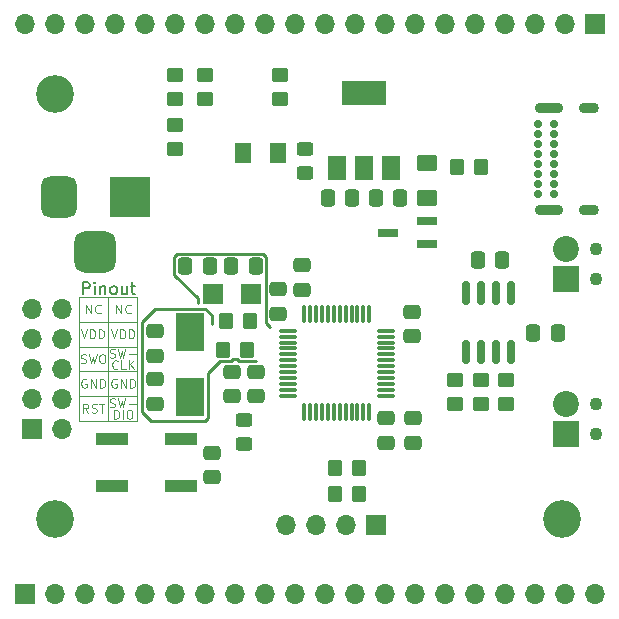
<source format=gts>
G04 #@! TF.GenerationSoftware,KiCad,Pcbnew,(6.0.0)*
G04 #@! TF.CreationDate,2022-05-20T23:18:51+02:00*
G04 #@! TF.ProjectId,STM32F103_uC_v1,53544d33-3246-4313-9033-5f75435f7631,rev?*
G04 #@! TF.SameCoordinates,Original*
G04 #@! TF.FileFunction,Soldermask,Top*
G04 #@! TF.FilePolarity,Negative*
%FSLAX46Y46*%
G04 Gerber Fmt 4.6, Leading zero omitted, Abs format (unit mm)*
G04 Created by KiCad (PCBNEW (6.0.0)) date 2022-05-20 23:18:51*
%MOMM*%
%LPD*%
G01*
G04 APERTURE LIST*
G04 Aperture macros list*
%AMRoundRect*
0 Rectangle with rounded corners*
0 $1 Rounding radius*
0 $2 $3 $4 $5 $6 $7 $8 $9 X,Y pos of 4 corners*
0 Add a 4 corners polygon primitive as box body*
4,1,4,$2,$3,$4,$5,$6,$7,$8,$9,$2,$3,0*
0 Add four circle primitives for the rounded corners*
1,1,$1+$1,$2,$3*
1,1,$1+$1,$4,$5*
1,1,$1+$1,$6,$7*
1,1,$1+$1,$8,$9*
0 Add four rect primitives between the rounded corners*
20,1,$1+$1,$2,$3,$4,$5,0*
20,1,$1+$1,$4,$5,$6,$7,0*
20,1,$1+$1,$6,$7,$8,$9,0*
20,1,$1+$1,$8,$9,$2,$3,0*%
G04 Aperture macros list end*
%ADD10C,0.250000*%
%ADD11C,0.100000*%
%ADD12C,0.150000*%
%ADD13R,1.750000X1.800000*%
%ADD14RoundRect,0.250000X-0.475000X0.337500X-0.475000X-0.337500X0.475000X-0.337500X0.475000X0.337500X0*%
%ADD15RoundRect,0.250000X0.337500X0.475000X-0.337500X0.475000X-0.337500X-0.475000X0.337500X-0.475000X0*%
%ADD16RoundRect,0.250000X-0.337500X-0.475000X0.337500X-0.475000X0.337500X0.475000X-0.337500X0.475000X0*%
%ADD17RoundRect,0.250000X0.450000X-0.325000X0.450000X0.325000X-0.450000X0.325000X-0.450000X-0.325000X0*%
%ADD18RoundRect,0.250000X-0.450000X0.325000X-0.450000X-0.325000X0.450000X-0.325000X0.450000X0.325000X0*%
%ADD19R,1.800000X0.800000*%
%ADD20RoundRect,0.250000X-0.350000X-0.450000X0.350000X-0.450000X0.350000X0.450000X-0.350000X0.450000X0*%
%ADD21RoundRect,0.250000X0.450000X-0.350000X0.450000X0.350000X-0.450000X0.350000X-0.450000X-0.350000X0*%
%ADD22C,3.200000*%
%ADD23R,3.500000X3.500000*%
%ADD24RoundRect,0.750000X-0.750000X-1.000000X0.750000X-1.000000X0.750000X1.000000X-0.750000X1.000000X0*%
%ADD25RoundRect,0.875000X-0.875000X-0.875000X0.875000X-0.875000X0.875000X0.875000X-0.875000X0.875000X0*%
%ADD26RoundRect,0.250001X-0.624999X0.462499X-0.624999X-0.462499X0.624999X-0.462499X0.624999X0.462499X0*%
%ADD27RoundRect,0.250000X0.350000X0.450000X-0.350000X0.450000X-0.350000X-0.450000X0.350000X-0.450000X0*%
%ADD28C,1.100000*%
%ADD29R,2.200000X2.200000*%
%ADD30C,2.200000*%
%ADD31RoundRect,0.250000X-0.450000X0.350000X-0.450000X-0.350000X0.450000X-0.350000X0.450000X0.350000X0*%
%ADD32R,2.400000X3.325000*%
%ADD33RoundRect,0.075000X-0.662500X-0.075000X0.662500X-0.075000X0.662500X0.075000X-0.662500X0.075000X0*%
%ADD34RoundRect,0.075000X-0.075000X-0.662500X0.075000X-0.662500X0.075000X0.662500X-0.075000X0.662500X0*%
%ADD35RoundRect,0.250000X0.475000X-0.337500X0.475000X0.337500X-0.475000X0.337500X-0.475000X-0.337500X0*%
%ADD36R,1.700000X1.700000*%
%ADD37O,1.700000X1.700000*%
%ADD38C,0.700000*%
%ADD39O,1.700000X0.900000*%
%ADD40O,2.400000X0.900000*%
%ADD41RoundRect,0.250001X-0.462499X-0.624999X0.462499X-0.624999X0.462499X0.624999X-0.462499X0.624999X0*%
%ADD42R,1.500000X2.000000*%
%ADD43R,3.800000X2.000000*%
%ADD44RoundRect,0.150000X-0.150000X0.825000X-0.150000X-0.825000X0.150000X-0.825000X0.150000X0.825000X0*%
%ADD45R,2.800000X1.000000*%
G04 APERTURE END LIST*
D10*
X173024800Y-98145600D02*
X173024800Y-101904800D01*
X170129200Y-89814400D02*
X172110400Y-91795600D01*
D11*
X167016200Y-95876800D02*
X162066200Y-95876800D01*
X164491200Y-91676800D02*
X164491200Y-102176800D01*
D10*
X168198800Y-102209600D02*
X167386000Y-101396800D01*
X172110400Y-91795600D02*
X172110400Y-92202000D01*
X177901600Y-93878400D02*
X177901600Y-88290400D01*
X177088800Y-97129600D02*
X175615600Y-97129600D01*
X170383200Y-88036400D02*
X170129200Y-88290400D01*
X167386000Y-101396800D02*
X167386000Y-93776800D01*
X168503600Y-92659200D02*
X172770800Y-92659200D01*
X172720000Y-102209600D02*
X168198800Y-102209600D01*
X170129200Y-88290400D02*
X170129200Y-89814400D01*
X175615600Y-97129600D02*
X175437800Y-96951800D01*
X175437800Y-96951800D02*
X175133000Y-96951800D01*
X173329600Y-93980000D02*
X173329600Y-93218000D01*
X174040800Y-97129600D02*
X173024800Y-98145600D01*
X177901600Y-88290400D02*
X177647600Y-88036400D01*
X173329600Y-93218000D02*
X172770800Y-92659200D01*
X174955200Y-97129600D02*
X175133000Y-96951800D01*
D11*
X162066200Y-91676800D02*
X167016200Y-91676800D01*
X167016200Y-91676800D02*
X167016200Y-102176800D01*
X167016200Y-102176800D02*
X162066200Y-102176800D01*
X162066200Y-102176800D02*
X162066200Y-91676800D01*
X167016200Y-100076800D02*
X162066200Y-100076800D01*
D10*
X177647600Y-88036400D02*
X170383200Y-88036400D01*
X173024800Y-101904800D02*
X172720000Y-102209600D01*
D11*
X167016200Y-97976800D02*
X162066200Y-97976800D01*
D10*
X167386000Y-93776800D02*
X168503600Y-92659200D01*
D11*
X167016200Y-93776800D02*
X162066200Y-93776800D01*
D10*
X178257200Y-94234000D02*
X177901600Y-93878400D01*
X174955200Y-97129600D02*
X174040800Y-97129600D01*
D11*
X164816200Y-94416085D02*
X165066200Y-95166085D01*
X165316200Y-94416085D01*
X165566200Y-95166085D02*
X165566200Y-94416085D01*
X165744771Y-94416085D01*
X165851914Y-94451800D01*
X165923342Y-94523228D01*
X165959057Y-94594657D01*
X165994771Y-94737514D01*
X165994771Y-94844657D01*
X165959057Y-94987514D01*
X165923342Y-95058942D01*
X165851914Y-95130371D01*
X165744771Y-95166085D01*
X165566200Y-95166085D01*
X166316200Y-95166085D02*
X166316200Y-94416085D01*
X166494771Y-94416085D01*
X166601914Y-94451800D01*
X166673342Y-94523228D01*
X166709057Y-94594657D01*
X166744771Y-94737514D01*
X166744771Y-94844657D01*
X166709057Y-94987514D01*
X166673342Y-95058942D01*
X166601914Y-95130371D01*
X166494771Y-95166085D01*
X166316200Y-95166085D01*
X162855485Y-101466085D02*
X162605485Y-101108942D01*
X162426914Y-101466085D02*
X162426914Y-100716085D01*
X162712628Y-100716085D01*
X162784057Y-100751800D01*
X162819771Y-100787514D01*
X162855485Y-100858942D01*
X162855485Y-100966085D01*
X162819771Y-101037514D01*
X162784057Y-101073228D01*
X162712628Y-101108942D01*
X162426914Y-101108942D01*
X163141200Y-101430371D02*
X163248342Y-101466085D01*
X163426914Y-101466085D01*
X163498342Y-101430371D01*
X163534057Y-101394657D01*
X163569771Y-101323228D01*
X163569771Y-101251800D01*
X163534057Y-101180371D01*
X163498342Y-101144657D01*
X163426914Y-101108942D01*
X163284057Y-101073228D01*
X163212628Y-101037514D01*
X163176914Y-101001800D01*
X163141200Y-100930371D01*
X163141200Y-100858942D01*
X163176914Y-100787514D01*
X163212628Y-100751800D01*
X163284057Y-100716085D01*
X163462628Y-100716085D01*
X163569771Y-100751800D01*
X163784057Y-100716085D02*
X164212628Y-100716085D01*
X163998342Y-101466085D02*
X163998342Y-100716085D01*
X165226914Y-93066085D02*
X165226914Y-92316085D01*
X165655485Y-93066085D01*
X165655485Y-92316085D01*
X166441200Y-92994657D02*
X166405485Y-93030371D01*
X166298342Y-93066085D01*
X166226914Y-93066085D01*
X166119771Y-93030371D01*
X166048342Y-92958942D01*
X166012628Y-92887514D01*
X165976914Y-92744657D01*
X165976914Y-92637514D01*
X166012628Y-92494657D01*
X166048342Y-92423228D01*
X166119771Y-92351800D01*
X166226914Y-92316085D01*
X166298342Y-92316085D01*
X166405485Y-92351800D01*
X166441200Y-92387514D01*
X162230485Y-97230371D02*
X162337628Y-97266085D01*
X162516200Y-97266085D01*
X162587628Y-97230371D01*
X162623342Y-97194657D01*
X162659057Y-97123228D01*
X162659057Y-97051800D01*
X162623342Y-96980371D01*
X162587628Y-96944657D01*
X162516200Y-96908942D01*
X162373342Y-96873228D01*
X162301914Y-96837514D01*
X162266200Y-96801800D01*
X162230485Y-96730371D01*
X162230485Y-96658942D01*
X162266200Y-96587514D01*
X162301914Y-96551800D01*
X162373342Y-96516085D01*
X162551914Y-96516085D01*
X162659057Y-96551800D01*
X162909057Y-96516085D02*
X163087628Y-97266085D01*
X163230485Y-96730371D01*
X163373342Y-97266085D01*
X163551914Y-96516085D01*
X163980485Y-96516085D02*
X164123342Y-96516085D01*
X164194771Y-96551800D01*
X164266200Y-96623228D01*
X164301914Y-96766085D01*
X164301914Y-97016085D01*
X164266200Y-97158942D01*
X164194771Y-97230371D01*
X164123342Y-97266085D01*
X163980485Y-97266085D01*
X163909057Y-97230371D01*
X163837628Y-97158942D01*
X163801914Y-97016085D01*
X163801914Y-96766085D01*
X163837628Y-96623228D01*
X163909057Y-96551800D01*
X163980485Y-96516085D01*
X165244771Y-98651800D02*
X165173342Y-98616085D01*
X165066200Y-98616085D01*
X164959057Y-98651800D01*
X164887628Y-98723228D01*
X164851914Y-98794657D01*
X164816200Y-98937514D01*
X164816200Y-99044657D01*
X164851914Y-99187514D01*
X164887628Y-99258942D01*
X164959057Y-99330371D01*
X165066200Y-99366085D01*
X165137628Y-99366085D01*
X165244771Y-99330371D01*
X165280485Y-99294657D01*
X165280485Y-99044657D01*
X165137628Y-99044657D01*
X165601914Y-99366085D02*
X165601914Y-98616085D01*
X166030485Y-99366085D01*
X166030485Y-98616085D01*
X166387628Y-99366085D02*
X166387628Y-98616085D01*
X166566200Y-98616085D01*
X166673342Y-98651800D01*
X166744771Y-98723228D01*
X166780485Y-98794657D01*
X166816200Y-98937514D01*
X166816200Y-99044657D01*
X166780485Y-99187514D01*
X166744771Y-99258942D01*
X166673342Y-99330371D01*
X166566200Y-99366085D01*
X166387628Y-99366085D01*
X162266200Y-94416085D02*
X162516200Y-95166085D01*
X162766200Y-94416085D01*
X163016200Y-95166085D02*
X163016200Y-94416085D01*
X163194771Y-94416085D01*
X163301914Y-94451800D01*
X163373342Y-94523228D01*
X163409057Y-94594657D01*
X163444771Y-94737514D01*
X163444771Y-94844657D01*
X163409057Y-94987514D01*
X163373342Y-95058942D01*
X163301914Y-95130371D01*
X163194771Y-95166085D01*
X163016200Y-95166085D01*
X163766200Y-95166085D02*
X163766200Y-94416085D01*
X163944771Y-94416085D01*
X164051914Y-94451800D01*
X164123342Y-94523228D01*
X164159057Y-94594657D01*
X164194771Y-94737514D01*
X164194771Y-94844657D01*
X164159057Y-94987514D01*
X164123342Y-95058942D01*
X164051914Y-95130371D01*
X163944771Y-95166085D01*
X163766200Y-95166085D01*
X164684057Y-100980371D02*
X164791200Y-101016085D01*
X164969771Y-101016085D01*
X165041200Y-100980371D01*
X165076914Y-100944657D01*
X165112628Y-100873228D01*
X165112628Y-100801800D01*
X165076914Y-100730371D01*
X165041200Y-100694657D01*
X164969771Y-100658942D01*
X164826914Y-100623228D01*
X164755485Y-100587514D01*
X164719771Y-100551800D01*
X164684057Y-100480371D01*
X164684057Y-100408942D01*
X164719771Y-100337514D01*
X164755485Y-100301800D01*
X164826914Y-100266085D01*
X165005485Y-100266085D01*
X165112628Y-100301800D01*
X165362628Y-100266085D02*
X165541200Y-101016085D01*
X165684057Y-100480371D01*
X165826914Y-101016085D01*
X166005485Y-100266085D01*
X166291200Y-100730371D02*
X166862628Y-100730371D01*
X164684057Y-96780371D02*
X164791200Y-96816085D01*
X164969771Y-96816085D01*
X165041200Y-96780371D01*
X165076914Y-96744657D01*
X165112628Y-96673228D01*
X165112628Y-96601800D01*
X165076914Y-96530371D01*
X165041200Y-96494657D01*
X164969771Y-96458942D01*
X164826914Y-96423228D01*
X164755485Y-96387514D01*
X164719771Y-96351800D01*
X164684057Y-96280371D01*
X164684057Y-96208942D01*
X164719771Y-96137514D01*
X164755485Y-96101800D01*
X164826914Y-96066085D01*
X165005485Y-96066085D01*
X165112628Y-96101800D01*
X165362628Y-96066085D02*
X165541200Y-96816085D01*
X165684057Y-96280371D01*
X165826914Y-96816085D01*
X166005485Y-96066085D01*
X166291200Y-96530371D02*
X166862628Y-96530371D01*
X162676914Y-93066085D02*
X162676914Y-92316085D01*
X163105485Y-93066085D01*
X163105485Y-92316085D01*
X163891200Y-92994657D02*
X163855485Y-93030371D01*
X163748342Y-93066085D01*
X163676914Y-93066085D01*
X163569771Y-93030371D01*
X163498342Y-92958942D01*
X163462628Y-92887514D01*
X163426914Y-92744657D01*
X163426914Y-92637514D01*
X163462628Y-92494657D01*
X163498342Y-92423228D01*
X163569771Y-92351800D01*
X163676914Y-92316085D01*
X163748342Y-92316085D01*
X163855485Y-92351800D01*
X163891200Y-92387514D01*
X165023342Y-101991085D02*
X165023342Y-101241085D01*
X165201914Y-101241085D01*
X165309057Y-101276800D01*
X165380485Y-101348228D01*
X165416200Y-101419657D01*
X165451914Y-101562514D01*
X165451914Y-101669657D01*
X165416200Y-101812514D01*
X165380485Y-101883942D01*
X165309057Y-101955371D01*
X165201914Y-101991085D01*
X165023342Y-101991085D01*
X165773342Y-101991085D02*
X165773342Y-101241085D01*
X166273342Y-101241085D02*
X166416200Y-101241085D01*
X166487628Y-101276800D01*
X166559057Y-101348228D01*
X166594771Y-101491085D01*
X166594771Y-101741085D01*
X166559057Y-101883942D01*
X166487628Y-101955371D01*
X166416200Y-101991085D01*
X166273342Y-101991085D01*
X166201914Y-101955371D01*
X166130485Y-101883942D01*
X166094771Y-101741085D01*
X166094771Y-101491085D01*
X166130485Y-101348228D01*
X166201914Y-101276800D01*
X166273342Y-101241085D01*
D12*
X162398342Y-91429180D02*
X162398342Y-90429180D01*
X162779295Y-90429180D01*
X162874533Y-90476800D01*
X162922152Y-90524419D01*
X162969771Y-90619657D01*
X162969771Y-90762514D01*
X162922152Y-90857752D01*
X162874533Y-90905371D01*
X162779295Y-90952990D01*
X162398342Y-90952990D01*
X163398342Y-91429180D02*
X163398342Y-90762514D01*
X163398342Y-90429180D02*
X163350723Y-90476800D01*
X163398342Y-90524419D01*
X163445961Y-90476800D01*
X163398342Y-90429180D01*
X163398342Y-90524419D01*
X163874533Y-90762514D02*
X163874533Y-91429180D01*
X163874533Y-90857752D02*
X163922152Y-90810133D01*
X164017390Y-90762514D01*
X164160247Y-90762514D01*
X164255485Y-90810133D01*
X164303104Y-90905371D01*
X164303104Y-91429180D01*
X164922152Y-91429180D02*
X164826914Y-91381561D01*
X164779295Y-91333942D01*
X164731676Y-91238704D01*
X164731676Y-90952990D01*
X164779295Y-90857752D01*
X164826914Y-90810133D01*
X164922152Y-90762514D01*
X165065009Y-90762514D01*
X165160247Y-90810133D01*
X165207866Y-90857752D01*
X165255485Y-90952990D01*
X165255485Y-91238704D01*
X165207866Y-91333942D01*
X165160247Y-91381561D01*
X165065009Y-91429180D01*
X164922152Y-91429180D01*
X166112628Y-90762514D02*
X166112628Y-91429180D01*
X165684057Y-90762514D02*
X165684057Y-91286323D01*
X165731676Y-91381561D01*
X165826914Y-91429180D01*
X165969771Y-91429180D01*
X166065009Y-91381561D01*
X166112628Y-91333942D01*
X166445961Y-90762514D02*
X166826914Y-90762514D01*
X166588819Y-90429180D02*
X166588819Y-91286323D01*
X166636438Y-91381561D01*
X166731676Y-91429180D01*
X166826914Y-91429180D01*
D11*
X165344771Y-97719657D02*
X165309057Y-97755371D01*
X165201914Y-97791085D01*
X165130485Y-97791085D01*
X165023342Y-97755371D01*
X164951914Y-97683942D01*
X164916200Y-97612514D01*
X164880485Y-97469657D01*
X164880485Y-97362514D01*
X164916200Y-97219657D01*
X164951914Y-97148228D01*
X165023342Y-97076800D01*
X165130485Y-97041085D01*
X165201914Y-97041085D01*
X165309057Y-97076800D01*
X165344771Y-97112514D01*
X166023342Y-97791085D02*
X165666200Y-97791085D01*
X165666200Y-97041085D01*
X166273342Y-97791085D02*
X166273342Y-97041085D01*
X166701914Y-97791085D02*
X166380485Y-97362514D01*
X166701914Y-97041085D02*
X166273342Y-97469657D01*
X162694771Y-98651800D02*
X162623342Y-98616085D01*
X162516200Y-98616085D01*
X162409057Y-98651800D01*
X162337628Y-98723228D01*
X162301914Y-98794657D01*
X162266200Y-98937514D01*
X162266200Y-99044657D01*
X162301914Y-99187514D01*
X162337628Y-99258942D01*
X162409057Y-99330371D01*
X162516200Y-99366085D01*
X162587628Y-99366085D01*
X162694771Y-99330371D01*
X162730485Y-99294657D01*
X162730485Y-99044657D01*
X162587628Y-99044657D01*
X163051914Y-99366085D02*
X163051914Y-98616085D01*
X163480485Y-99366085D01*
X163480485Y-98616085D01*
X163837628Y-99366085D02*
X163837628Y-98616085D01*
X164016200Y-98616085D01*
X164123342Y-98651800D01*
X164194771Y-98723228D01*
X164230485Y-98794657D01*
X164266200Y-98937514D01*
X164266200Y-99044657D01*
X164230485Y-99187514D01*
X164194771Y-99258942D01*
X164123342Y-99330371D01*
X164016200Y-99366085D01*
X163837628Y-99366085D01*
D13*
X173381000Y-91440000D03*
X176631000Y-91440000D03*
D14*
X190246000Y-92942500D03*
X190246000Y-95017500D03*
D15*
X173122500Y-89052400D03*
X171047500Y-89052400D03*
X189251500Y-83312000D03*
X187176500Y-83312000D03*
D16*
X195812500Y-88519000D03*
X197887500Y-88519000D03*
D17*
X176022000Y-104149000D03*
X176022000Y-102099000D03*
D18*
X181229000Y-79112000D03*
X181229000Y-81162000D03*
D16*
X183112500Y-83312000D03*
X185187500Y-83312000D03*
D19*
X191515000Y-87183000D03*
X191515000Y-85283000D03*
X188215000Y-86233000D03*
D20*
X174514000Y-93726000D03*
X176514000Y-93726000D03*
D16*
X200511500Y-94742000D03*
X202586500Y-94742000D03*
D14*
X168475000Y-98657500D03*
X168475000Y-100732500D03*
D21*
X172720000Y-74914000D03*
X172720000Y-72914000D03*
D22*
X160000000Y-74500000D03*
D23*
X166401000Y-83185000D03*
D24*
X160401000Y-83185000D03*
D25*
X163401000Y-87885000D03*
D26*
X191516000Y-80300500D03*
X191516000Y-83275500D03*
D27*
X196072000Y-80645000D03*
X194072000Y-80645000D03*
X185785000Y-106172000D03*
X183785000Y-106172000D03*
D28*
X205867000Y-87630000D03*
X205867000Y-90170000D03*
D29*
X203327000Y-90170000D03*
D30*
X203327000Y-87630000D03*
D21*
X193929000Y-100695000D03*
X193929000Y-98695000D03*
D31*
X179070000Y-72914000D03*
X179070000Y-74914000D03*
D32*
X171450000Y-100171500D03*
X171450000Y-94646500D03*
D14*
X190373000Y-101959500D03*
X190373000Y-104034500D03*
D33*
X179733500Y-94532000D03*
X179733500Y-95032000D03*
X179733500Y-95532000D03*
X179733500Y-96032000D03*
X179733500Y-96532000D03*
X179733500Y-97032000D03*
X179733500Y-97532000D03*
X179733500Y-98032000D03*
X179733500Y-98532000D03*
X179733500Y-99032000D03*
X179733500Y-99532000D03*
X179733500Y-100032000D03*
D34*
X181146000Y-101444500D03*
X181646000Y-101444500D03*
X182146000Y-101444500D03*
X182646000Y-101444500D03*
X183146000Y-101444500D03*
X183646000Y-101444500D03*
X184146000Y-101444500D03*
X184646000Y-101444500D03*
X185146000Y-101444500D03*
X185646000Y-101444500D03*
X186146000Y-101444500D03*
X186646000Y-101444500D03*
D33*
X188058500Y-100032000D03*
X188058500Y-99532000D03*
X188058500Y-99032000D03*
X188058500Y-98532000D03*
X188058500Y-98032000D03*
X188058500Y-97532000D03*
X188058500Y-97032000D03*
X188058500Y-96532000D03*
X188058500Y-96032000D03*
X188058500Y-95532000D03*
X188058500Y-95032000D03*
X188058500Y-94532000D03*
D34*
X186646000Y-93119500D03*
X186146000Y-93119500D03*
X185646000Y-93119500D03*
X185146000Y-93119500D03*
X184646000Y-93119500D03*
X184146000Y-93119500D03*
X183646000Y-93119500D03*
X183146000Y-93119500D03*
X182646000Y-93119500D03*
X182146000Y-93119500D03*
X181646000Y-93119500D03*
X181146000Y-93119500D03*
D35*
X177038000Y-100097500D03*
X177038000Y-98022500D03*
X168475000Y-96668500D03*
X168475000Y-94593500D03*
D16*
X174959100Y-89052400D03*
X177034100Y-89052400D03*
D21*
X170180000Y-74914000D03*
X170180000Y-72914000D03*
X198247000Y-100695000D03*
X198247000Y-98695000D03*
D36*
X158095000Y-102840000D03*
D37*
X160635000Y-102840000D03*
X158095000Y-100300000D03*
X160635000Y-100300000D03*
X158095000Y-97760000D03*
X160635000Y-97760000D03*
X158095000Y-95220000D03*
X160635000Y-95220000D03*
X158095000Y-92680000D03*
X160635000Y-92680000D03*
D28*
X205867000Y-100730000D03*
X205867000Y-103270000D03*
D29*
X203327000Y-103270000D03*
D30*
X203327000Y-100730000D03*
D35*
X175006000Y-100097500D03*
X175006000Y-98022500D03*
D14*
X188087000Y-101959500D03*
X188087000Y-104034500D03*
D20*
X174260000Y-96139000D03*
X176260000Y-96139000D03*
D38*
X200902200Y-82985000D03*
X200902200Y-82135000D03*
X200902200Y-81285000D03*
X200902200Y-80435000D03*
X200902200Y-79585000D03*
X200902200Y-78735000D03*
X200902200Y-77885000D03*
X200902200Y-77035000D03*
X202252200Y-77035000D03*
X202252200Y-77885000D03*
X202252200Y-78735000D03*
X202252200Y-79585000D03*
X202252200Y-80435000D03*
X202252200Y-81285000D03*
X202252200Y-82135000D03*
X202252200Y-82985000D03*
D39*
X205262200Y-84335000D03*
D40*
X201882200Y-84335000D03*
D39*
X205262200Y-75685000D03*
D40*
X201882200Y-75685000D03*
D35*
X178943000Y-93112500D03*
X178943000Y-91037500D03*
X180975000Y-91080500D03*
X180975000Y-89005500D03*
D41*
X175931500Y-79502000D03*
X178906500Y-79502000D03*
D27*
X185785000Y-108331000D03*
X183785000Y-108331000D03*
D14*
X173355000Y-104880500D03*
X173355000Y-106955500D03*
D22*
X203000000Y-110500000D03*
X160000000Y-110500000D03*
D42*
X183882000Y-80747000D03*
X186182000Y-80747000D03*
D43*
X186182000Y-74447000D03*
D42*
X188482000Y-80747000D03*
D36*
X187198000Y-110998000D03*
D37*
X184658000Y-110998000D03*
X182118000Y-110998000D03*
X179578000Y-110998000D03*
D21*
X170180000Y-79105000D03*
X170180000Y-77105000D03*
X196088000Y-100695000D03*
X196088000Y-98695000D03*
D44*
X198628000Y-91378000D03*
X197358000Y-91378000D03*
X196088000Y-91378000D03*
X194818000Y-91378000D03*
X194818000Y-96328000D03*
X196088000Y-96328000D03*
X197358000Y-96328000D03*
X198628000Y-96328000D03*
D45*
X170667000Y-107664000D03*
X170667000Y-103664000D03*
X164867000Y-107664000D03*
X164867000Y-103664000D03*
D36*
X205740000Y-68580000D03*
D37*
X203200000Y-68580000D03*
X200660000Y-68580000D03*
X198120000Y-68580000D03*
X195580000Y-68580000D03*
X193040000Y-68580000D03*
X190500000Y-68580000D03*
X187960000Y-68580000D03*
X185420000Y-68580000D03*
X182880000Y-68580000D03*
X180340000Y-68580000D03*
X177800000Y-68580000D03*
X175260000Y-68580000D03*
X172720000Y-68580000D03*
X170180000Y-68580000D03*
X167640000Y-68580000D03*
X165100000Y-68580000D03*
X162560000Y-68580000D03*
X160020000Y-68580000D03*
X157480000Y-68580000D03*
D36*
X157480000Y-116840000D03*
D37*
X160020000Y-116840000D03*
X162560000Y-116840000D03*
X165100000Y-116840000D03*
X167640000Y-116840000D03*
X170180000Y-116840000D03*
X172720000Y-116840000D03*
X175260000Y-116840000D03*
X177800000Y-116840000D03*
X180340000Y-116840000D03*
X182880000Y-116840000D03*
X185420000Y-116840000D03*
X187960000Y-116840000D03*
X190500000Y-116840000D03*
X193040000Y-116840000D03*
X195580000Y-116840000D03*
X198120000Y-116840000D03*
X200660000Y-116840000D03*
X203200000Y-116840000D03*
X205740000Y-116840000D03*
M02*

</source>
